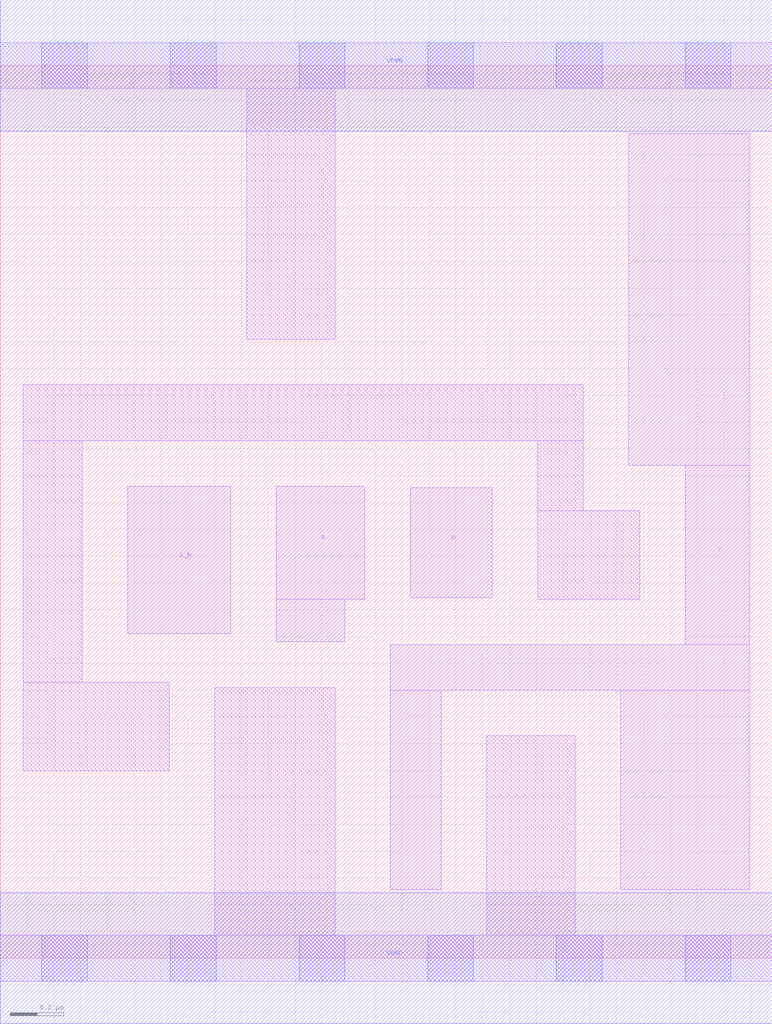
<source format=lef>
# Copyright 2020 The SkyWater PDK Authors
#
# Licensed under the Apache License, Version 2.0 (the "License");
# you may not use this file except in compliance with the License.
# You may obtain a copy of the License at
#
#     https://www.apache.org/licenses/LICENSE-2.0
#
# Unless required by applicable law or agreed to in writing, software
# distributed under the License is distributed on an "AS IS" BASIS,
# WITHOUT WARRANTIES OR CONDITIONS OF ANY KIND, either express or implied.
# See the License for the specific language governing permissions and
# limitations under the License.
#
# SPDX-License-Identifier: Apache-2.0

VERSION 5.7 ;
  NAMESCASESENSITIVE ON ;
  NOWIREEXTENSIONATPIN ON ;
  DIVIDERCHAR "/" ;
  BUSBITCHARS "[]" ;
UNITS
  DATABASE MICRONS 200 ;
END UNITS
MACRO sky130_fd_sc_lp__nor3b_1
  CLASS CORE ;
  SOURCE USER ;
  FOREIGN sky130_fd_sc_lp__nor3b_1 ;
  ORIGIN  0.000000  0.000000 ;
  SIZE  2.880000 BY  3.330000 ;
  SYMMETRY X Y R90 ;
  SITE unit ;
  PIN A
    ANTENNAGATEAREA  0.315000 ;
    DIRECTION INPUT ;
    USE SIGNAL ;
    PORT
      LAYER li1 ;
        RECT 1.030000 1.180000 1.285000 1.340000 ;
        RECT 1.030000 1.340000 1.360000 1.760000 ;
    END
  END A
  PIN B
    ANTENNAGATEAREA  0.315000 ;
    DIRECTION INPUT ;
    USE SIGNAL ;
    PORT
      LAYER li1 ;
        RECT 1.530000 1.345000 1.835000 1.755000 ;
    END
  END B
  PIN C_N
    ANTENNAGATEAREA  0.126000 ;
    DIRECTION INPUT ;
    USE SIGNAL ;
    PORT
      LAYER li1 ;
        RECT 0.475000 1.210000 0.860000 1.760000 ;
    END
  END C_N
  PIN Y
    ANTENNADIFFAREA  0.840000 ;
    DIRECTION OUTPUT ;
    USE SIGNAL ;
    PORT
      LAYER li1 ;
        RECT 1.455000 0.255000 1.645000 1.000000 ;
        RECT 1.455000 1.000000 2.795000 1.170000 ;
        RECT 2.315000 0.255000 2.795000 1.000000 ;
        RECT 2.345000 1.840000 2.795000 3.075000 ;
        RECT 2.555000 1.170000 2.795000 1.840000 ;
    END
  END Y
  PIN VGND
    DIRECTION INOUT ;
    USE GROUND ;
    PORT
      LAYER met1 ;
        RECT 0.000000 -0.245000 2.880000 0.245000 ;
    END
  END VGND
  PIN VPWR
    DIRECTION INOUT ;
    USE POWER ;
    PORT
      LAYER met1 ;
        RECT 0.000000 3.085000 2.880000 3.575000 ;
    END
  END VPWR
  OBS
    LAYER li1 ;
      RECT 0.000000 -0.085000 2.880000 0.085000 ;
      RECT 0.000000  3.245000 2.880000 3.415000 ;
      RECT 0.085000  0.700000 0.630000 1.030000 ;
      RECT 0.085000  1.030000 0.305000 1.930000 ;
      RECT 0.085000  1.930000 2.175000 2.140000 ;
      RECT 0.800000  0.085000 1.250000 1.010000 ;
      RECT 0.920000  2.310000 1.250000 3.245000 ;
      RECT 1.815000  0.085000 2.145000 0.830000 ;
      RECT 2.005000  1.340000 2.385000 1.670000 ;
      RECT 2.005000  1.670000 2.175000 1.930000 ;
    LAYER mcon ;
      RECT 0.155000 -0.085000 0.325000 0.085000 ;
      RECT 0.155000  3.245000 0.325000 3.415000 ;
      RECT 0.635000 -0.085000 0.805000 0.085000 ;
      RECT 0.635000  3.245000 0.805000 3.415000 ;
      RECT 1.115000 -0.085000 1.285000 0.085000 ;
      RECT 1.115000  3.245000 1.285000 3.415000 ;
      RECT 1.595000 -0.085000 1.765000 0.085000 ;
      RECT 1.595000  3.245000 1.765000 3.415000 ;
      RECT 2.075000 -0.085000 2.245000 0.085000 ;
      RECT 2.075000  3.245000 2.245000 3.415000 ;
      RECT 2.555000 -0.085000 2.725000 0.085000 ;
      RECT 2.555000  3.245000 2.725000 3.415000 ;
  END
END sky130_fd_sc_lp__nor3b_1

</source>
